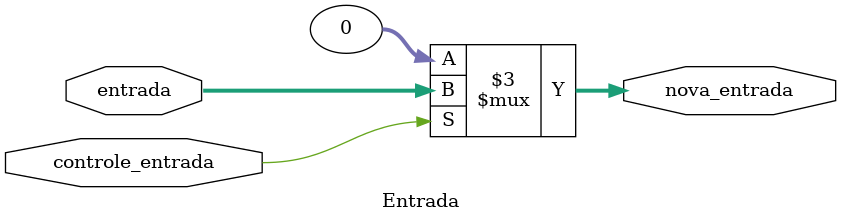
<source format=v>
module Entrada (entrada, controle_entrada, nova_entrada);
	
	input [31:0]entrada;					//Entrada do dado para input
	input controle_entrada;				//Entrada do CONTROLE de input
	output reg [31:0]nova_entrada;	//Saida do input
	
	always @(*)
		begin
			if(controle_entrada) nova_entrada = entrada;
			else nova_entrada = 0;
		end
	
endmodule 
</source>
